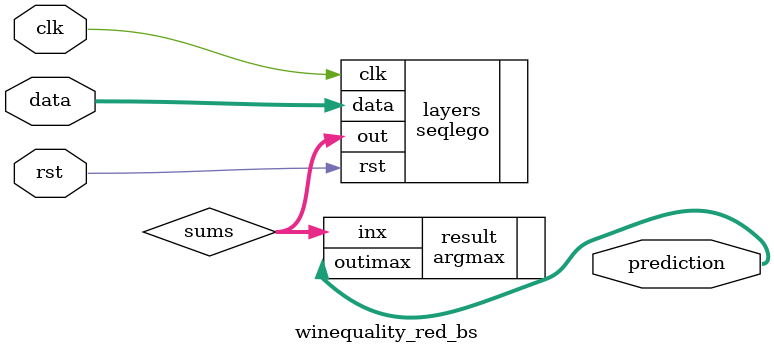
<source format=v>













module winequality_red_bs #(

parameter FEAT_CNT = 11,
parameter HIDDEN_CNT = 40,
parameter FEAT_BITS = 4,
parameter CLASS_CNT = 6,
parameter TEST_CNT = 5


  ) (
  input clk,
  input rst,
  input [FEAT_CNT*FEAT_BITS-1:0] data,
  output [$clog2(CLASS_CNT)-1:0] prediction
  );

  localparam Weights0 = 440'b00011110010011110000111100010100111000010000110101100011110011000000011001011011000110010110110111010110011000110001110110100111000001001101111011101010000000001000011011010011100011101100011111111010000000011001000100111100110110101011110101100100010110110110011000100101100111011110000011011100101110000011110000111010110111111100111101100111101011000111001100000010010111011010011110010001010111110001011101111001011001010011001000111111 ;
  localparam Weights1 = 240'b100111000010000011101100000011110100010010111100101110000001110110000001011000111100000001001000010001000110110001110101101000110100101010100111101111110101000101110001001011110010011111110011011101100111101000101010111101111010101011110101 ;

  localparam SUM_BITS = $clog2(HIDDEN_CNT+1);
  wire [SUM_BITS*CLASS_CNT-1:0] sums;

  seqlego #(.FEAT_CNT(FEAT_CNT),.FEAT_BITS(FEAT_BITS),.HIDDEN_CNT(HIDDEN_CNT),.CLASS_CNT(CLASS_CNT),.Weights0(Weights0),.Weights1(Weights1)) layers (
    .clk(clk),
    .rst(rst),
    .data(data),
    .out(sums)
  );

  argmax #(.SIZE(CLASS_CNT),.I($clog2(CLASS_CNT)),.K(SUM_BITS)) result (
     .inx(sums),
     .outimax(prediction)
  );

endmodule

</source>
